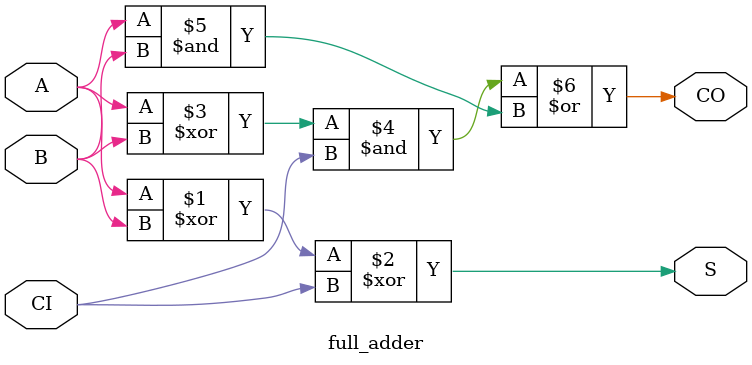
<source format=v>
module full_adder(
                  input  A,
                  input  B,
                  input  CI,
                  output S,
                  output CO
                  );

   assign S = (A ^ B) ^ CI;
   assign CO = ((A ^ B) & CI) | (A & B);
   
endmodule

</source>
